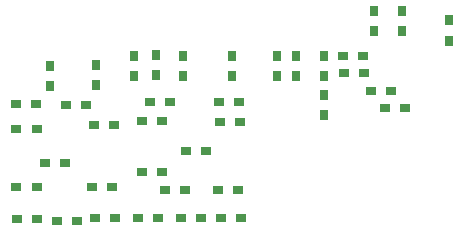
<source format=gbr>
G04 DipTrace 2.4.0.2*
%INBottomPaste.gbr*%
%MOIN*%
%ADD79R,0.0315X0.0354*%
%ADD81R,0.0354X0.0315*%
%FSLAX44Y44*%
G04*
G70*
G90*
G75*
G01*
%LNBotPaste*%
%LPD*%
D81*
X16479Y12516D3*
X15810D3*
X16450Y13087D3*
X15781D3*
X17849Y11367D3*
X17180D3*
X17373Y11922D3*
X16704D3*
D79*
X13562Y12437D3*
Y13106D3*
X17746Y13932D3*
Y14601D3*
X14187Y12437D3*
Y13106D3*
X12062Y12437D3*
Y13106D3*
X8812Y12437D3*
Y13106D3*
X16812Y13937D3*
Y14606D3*
X7525Y12789D3*
Y12119D3*
D81*
X9743Y10917D3*
X9074D3*
X11660Y10889D3*
X12329D3*
X8177Y7678D3*
X7508D3*
D79*
X19296Y14275D3*
Y13605D3*
X10437Y12437D3*
Y13106D3*
X15141Y12430D3*
Y13099D3*
X15133Y11132D3*
Y11801D3*
D81*
X7464Y10780D3*
X8133D3*
X7217Y11463D3*
X6547D3*
D79*
X5986Y12762D3*
Y12093D3*
D81*
X4880Y11475D3*
X5549D3*
X5551Y10668D3*
X4882D3*
X4886Y7658D3*
X5556D3*
X5551Y8707D3*
X4882D3*
X5847Y9513D3*
X6516D3*
X6231Y7598D3*
X6900D3*
X7398Y8733D3*
X8067D3*
X9736Y9229D3*
X9067D3*
X11598Y8630D3*
X12267D3*
X12299Y11558D3*
X11630D3*
D79*
X9525Y13115D3*
Y12446D3*
D81*
X8929Y7678D3*
X9599D3*
X12370Y7687D3*
X11700D3*
X11189Y9919D3*
X10520D3*
X9847Y8628D3*
X10516D3*
X9348Y11545D3*
X10017D3*
X10356Y7697D3*
X11025D3*
M02*

</source>
